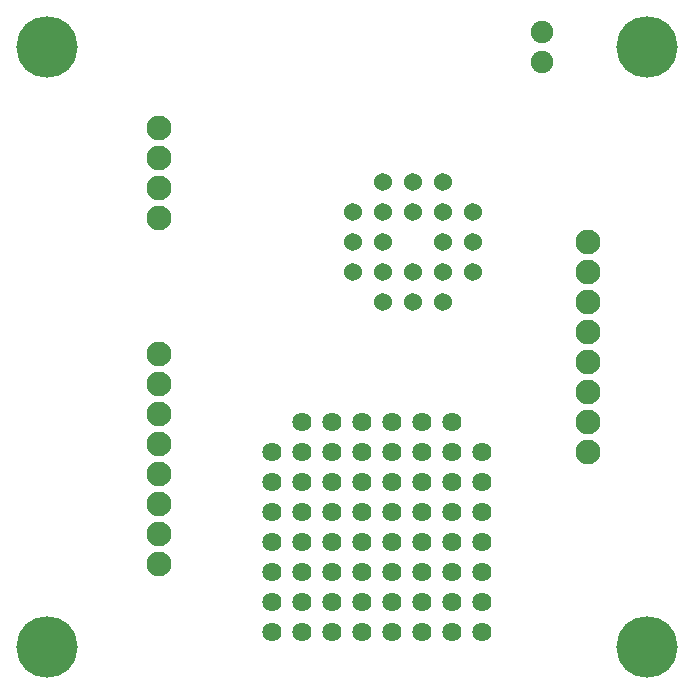
<source format=gbs>
G04 Layer: BottomSolderMaskLayer*
G04 Panelize: , Column: 2, Row: 2, Board Size: 58.42mm x 58.42mm, Panelized Board Size: 118.84mm x 118.84mm*
G04 EasyEDA v6.5.34, 2023-08-08 00:03:29*
G04 60ba9355530941958d7498b2467ee319,5a6b42c53f6a479593ecc07194224c93,10*
G04 Gerber Generator version 0.2*
G04 Scale: 100 percent, Rotated: No, Reflected: No *
G04 Dimensions in millimeters *
G04 leading zeros omitted , absolute positions ,4 integer and 5 decimal *
%FSLAX45Y45*%
%MOMM*%

%ADD10C,1.5316*%
%ADD11C,5.2032*%
%ADD12C,1.9016*%
%ADD13C,2.1016*%
%ADD14C,1.6256*%

%LPD*%
D10*
G01*
X3479800Y4318000D03*
G01*
X3479800Y4064000D03*
G01*
X3225800Y4318000D03*
G01*
X2971800Y4064000D03*
G01*
X3225800Y4064000D03*
G01*
X2971800Y3810000D03*
G01*
X3225800Y3810000D03*
G01*
X2971800Y3556000D03*
G01*
X3225800Y3302000D03*
G01*
X3225800Y3556000D03*
G01*
X3479800Y3302000D03*
G01*
X3479800Y3556000D03*
G01*
X3733800Y3302000D03*
G01*
X3987800Y3556000D03*
G01*
X3733800Y3556000D03*
G01*
X3987800Y3810000D03*
G01*
X3733800Y3810000D03*
G01*
X3987800Y4064000D03*
G01*
X3733800Y4318000D03*
G01*
X3733800Y4064000D03*
D11*
G01*
X381000Y5461000D03*
G01*
X5461000Y5461000D03*
G01*
X5461000Y381000D03*
G01*
X381000Y381000D03*
D12*
G01*
X4572000Y5334000D03*
G01*
X4572000Y5588000D03*
D13*
G01*
X1329918Y4768875D03*
G01*
X1329918Y4514875D03*
G01*
X1329918Y4260875D03*
G01*
X1329918Y4006875D03*
G01*
X1329893Y2860268D03*
G01*
X1329893Y2606268D03*
G01*
X1329893Y2352268D03*
G01*
X1329893Y2098268D03*
G01*
X1329893Y1844268D03*
G01*
X1329893Y1590268D03*
G01*
X1329893Y1336268D03*
G01*
X1329893Y1082268D03*
G01*
X4956581Y3807205D03*
G01*
X4956581Y3553205D03*
G01*
X4956581Y3299205D03*
G01*
X4956581Y3045205D03*
G01*
X4956581Y2791205D03*
G01*
X4956581Y2537205D03*
G01*
X4956581Y2283205D03*
G01*
X4956581Y2029205D03*
D14*
G01*
X2540000Y2031898D03*
G01*
X2794000Y2031898D03*
G01*
X3048000Y2031898D03*
G01*
X2286000Y2031974D03*
G01*
X2540000Y1523974D03*
G01*
X2540000Y1777974D03*
G01*
X2794000Y1523974D03*
G01*
X2794000Y1777974D03*
G01*
X3048000Y1523974D03*
G01*
X3048000Y1777974D03*
G01*
X2286000Y1524050D03*
G01*
X2286000Y1777974D03*
G01*
X2540000Y1015898D03*
G01*
X2540000Y1269898D03*
G01*
X2794000Y1015898D03*
G01*
X2794000Y1269898D03*
G01*
X3048000Y1015898D03*
G01*
X3048000Y1269898D03*
G01*
X2286000Y1015974D03*
G01*
X2286000Y1269898D03*
G01*
X3302000Y1269923D03*
G01*
X3302000Y1016000D03*
G01*
X4064000Y1269923D03*
G01*
X4064000Y1015923D03*
G01*
X3810000Y1269923D03*
G01*
X3810000Y1015923D03*
G01*
X3556000Y1269923D03*
G01*
X3556000Y1015923D03*
G01*
X3302000Y1778000D03*
G01*
X3302000Y1524076D03*
G01*
X4064000Y1778000D03*
G01*
X4064000Y1524000D03*
G01*
X3810000Y1778000D03*
G01*
X3810000Y1524000D03*
G01*
X3556000Y1778000D03*
G01*
X3556000Y1524000D03*
G01*
X3302000Y2032000D03*
G01*
X4064000Y2031923D03*
G01*
X3810000Y2031923D03*
G01*
X3556000Y2031923D03*
G01*
X3556000Y508000D03*
G01*
X3810000Y508000D03*
G01*
X4064000Y508000D03*
G01*
X3302000Y508000D03*
G01*
X2286000Y508076D03*
G01*
X3048000Y508076D03*
G01*
X2794000Y508076D03*
G01*
X2540000Y508076D03*
G01*
X2540000Y762000D03*
G01*
X2794000Y762000D03*
G01*
X3048000Y762000D03*
G01*
X2286000Y762000D03*
G01*
X3302000Y761923D03*
G01*
X4064000Y761923D03*
G01*
X3810000Y761923D03*
G01*
X3556000Y761923D03*
G01*
X3556000Y2285923D03*
G01*
X3810000Y2285923D03*
G01*
X3302000Y2285923D03*
G01*
X3048000Y2286000D03*
G01*
X2794000Y2286000D03*
G01*
X2540000Y2286000D03*
M02*

</source>
